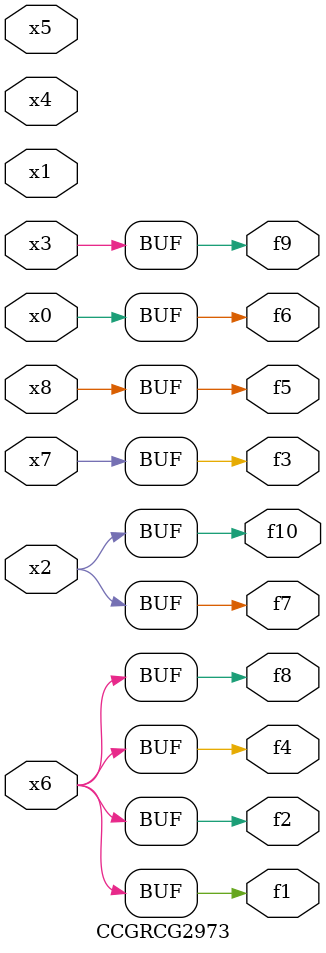
<source format=v>
module CCGRCG2973(
	input x0, x1, x2, x3, x4, x5, x6, x7, x8,
	output f1, f2, f3, f4, f5, f6, f7, f8, f9, f10
);
	assign f1 = x6;
	assign f2 = x6;
	assign f3 = x7;
	assign f4 = x6;
	assign f5 = x8;
	assign f6 = x0;
	assign f7 = x2;
	assign f8 = x6;
	assign f9 = x3;
	assign f10 = x2;
endmodule

</source>
